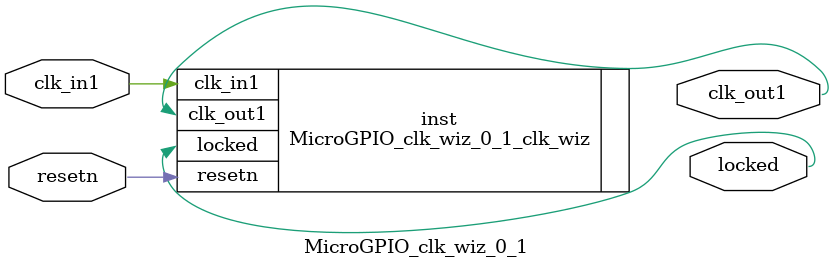
<source format=v>


`timescale 1ps/1ps

(* CORE_GENERATION_INFO = "MicroGPIO_clk_wiz_0_1,clk_wiz_v6_0_5_0_0,{component_name=MicroGPIO_clk_wiz_0_1,use_phase_alignment=true,use_min_o_jitter=false,use_max_i_jitter=false,use_dyn_phase_shift=false,use_inclk_switchover=false,use_dyn_reconfig=false,enable_axi=0,feedback_source=FDBK_AUTO,PRIMITIVE=MMCM,num_out_clk=1,clkin1_period=10.000,clkin2_period=10.000,use_power_down=false,use_reset=true,use_locked=true,use_inclk_stopped=false,feedback_type=SINGLE,CLOCK_MGR_TYPE=NA,manual_override=false}" *)

module MicroGPIO_clk_wiz_0_1 
 (
  // Clock out ports
  output        clk_out1,
  // Status and control signals
  input         resetn,
  output        locked,
 // Clock in ports
  input         clk_in1
 );

  MicroGPIO_clk_wiz_0_1_clk_wiz inst
  (
  // Clock out ports  
  .clk_out1(clk_out1),
  // Status and control signals               
  .resetn(resetn), 
  .locked(locked),
 // Clock in ports
  .clk_in1(clk_in1)
  );

endmodule

</source>
